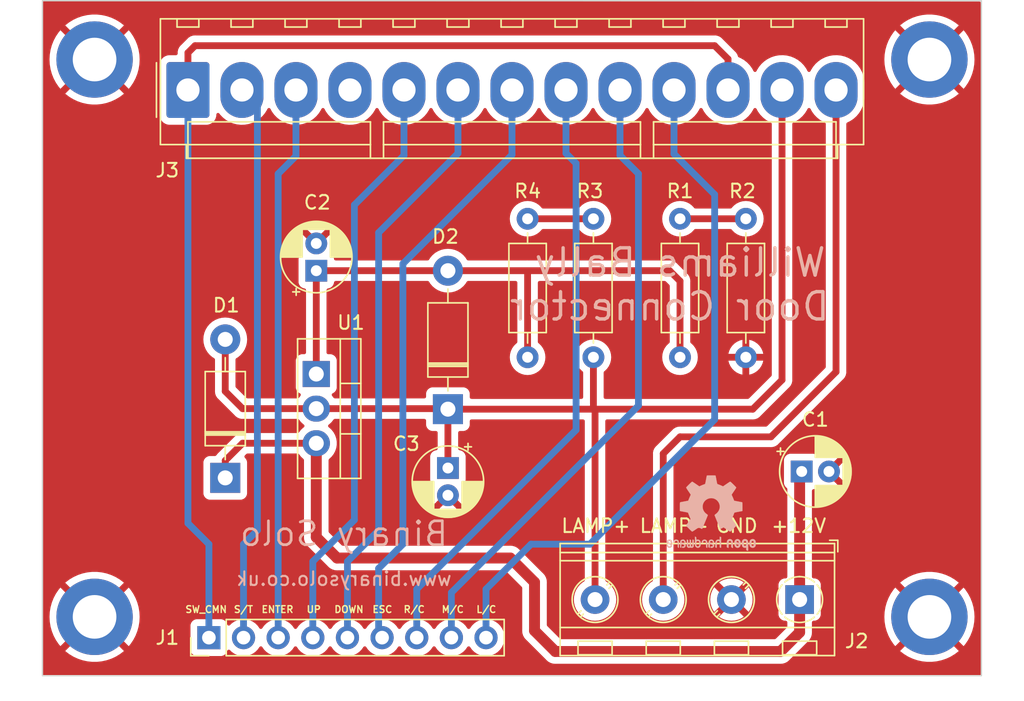
<source format=kicad_pcb>
(kicad_pcb (version 20221018) (generator pcbnew)
  (title_block (title "Williams Bally Coin Door Connector") (date "2024-01-03") (rev "1.0") (company "Binary Solo") (comment 1 "www.binarysolo.co.uk") (comment 2 "PCB design based on schematic originally developed by Michael Roberts - www.mjrnet.org"))
  (layers (0 "F.Cu" signal) (31 "B.Cu" signal) (34 "B.Paste" user) (35 "F.Paste" user) (36 "B.SilkS" user "B.Silkscreen") (37 "F.SilkS" user "F.Silkscreen") (38 "B.Mask" user) (39 "F.Mask" user) (44 "Edge.Cuts" user))
  (net 0 "")
  (net 1 "/+12V")
  (net 2 "GND")
  (net 3 "Net-(D2-A)")
  (net 4 "/SW_CMN")
  (net 5 "/SLAMTILT")
  (net 6 "/ENTER")
  (net 7 "/UP")
  (net 8 "/DOWN")
  (net 9 "/ESCAPE")
  (net 10 "/RIGHT_COIN")
  (net 11 "/MID_COIN")
  (net 12 "/LEFT_COIN")
  (net 13 "/LAMP-")
  (net 14 "/LAMP+")
  (net 16 "Net-(R1-Pad2)")
  (net 17 "Net-(R3-Pad2)")
  (footprint "MountingHole:MountingHole_3.2mm_M3_DIN965_Pad" (layer "F.Cu") (at 128.778 81.788)
    (fp_text reference "H1" hide)
    (fp_text value "MountingHole_Pad")
    (pad "1" thru_hole circle (at 0 0) (size 5.6 5.6) (drill 3.2) (layers "*.Cu" "*.Mask") (net 2 "GND"))
  )
  (footprint "Connector_PinHeader_2.54mm:PinHeader_1x09_P2.54mm_Vertical" (layer "F.Cu") (at 137.16 124.206 90)
    (fp_text reference "J1" (at 0 -3.048 180) (layer "F.SilkS"))
    (fp_text value "Conn_01x09")
    (pad "1" thru_hole rect (at 0 0 90) (size 1.7 1.7) (drill 1) (layers "*.Cu" "*.Mask") (net 4 "/SW_CMN"))
    (pad "2" thru_hole oval (at 0 2.54 90) (size 1.7 1.7) (drill 1) (layers "*.Cu" "*.Mask") (net 5 "/SLAMTILT"))
    (pad "3" thru_hole oval (at 0 5.08 90) (size 1.7 1.7) (drill 1) (layers "*.Cu" "*.Mask") (net 6 "/ENTER"))
    (pad "4" thru_hole oval (at 0 7.62 90) (size 1.7 1.7) (drill 1) (layers "*.Cu" "*.Mask") (net 7 "/UP"))
    (pad "5" thru_hole oval (at 0 10.16 90) (size 1.7 1.7) (drill 1) (layers "*.Cu" "*.Mask") (net 8 "/DOWN"))
    (pad "6" thru_hole oval (at 0 12.7 90) (size 1.7 1.7) (drill 1) (layers "*.Cu" "*.Mask") (net 9 "/ESCAPE"))
    (pad "7" thru_hole oval (at 0 15.24 90) (size 1.7 1.7) (drill 1) (layers "*.Cu" "*.Mask") (net 10 "/RIGHT_COIN"))
    (pad "8" thru_hole oval (at 0 17.78 90) (size 1.7 1.7) (drill 1) (layers "*.Cu" "*.Mask") (net 11 "/MID_COIN"))
    (pad "9" thru_hole oval (at 0 20.32 90) (size 1.7 1.7) (drill 1) (layers "*.Cu" "*.Mask") (net 12 "/LEFT_COIN"))
  )
  (footprint "Capacitor_THT:CP_Radial_D5.0mm_P2.00mm" (layer "F.Cu") (at 180.626 112.014)
    (fp_text reference "C1" (at 1 -3.81) (layer "F.SilkS"))
    (fp_text value "0.1uF")
    (pad "1" thru_hole rect (at 0 0) (size 1.6 1.6) (drill 0.8) (layers "*.Cu" "*.Mask") (net 1 "/+12V"))
    (pad "2" thru_hole circle (at 2 0) (size 1.6 1.6) (drill 0.8) (layers "*.Cu" "*.Mask") (net 2 "GND"))
  )
  (footprint "Resistor_THT:R_Axial_DIN0207_L6.3mm_D2.5mm_P10.16mm_Horizontal" (layer "F.Cu") (at 176.53 93.472 -90)
    (fp_text reference "R2" (at -2.032 0.254 -180) (layer "F.SilkS"))
    (fp_text value "150R")
    (pad "1" thru_hole circle (at 0 0 270) (size 1.6 1.6) (drill 0.8) (layers "*.Cu" "*.Mask") (net 16 "Net-(R1-Pad2)"))
    (pad "2" thru_hole oval (at 10.16 0 270) (size 1.6 1.6) (drill 0.8) (layers "*.Cu" "*.Mask") (net 2 "GND"))
  )
  (footprint "Diode_THT:D_DO-41_SOD81_P10.16mm_Horizontal" (layer "F.Cu") (at 138.359 112.483 90)
    (fp_text reference "D1" (at 12.661 0.071 180) (layer "F.SilkS"))
    (fp_text value "1N4002" hide)
    (pad "1" thru_hole rect (at 0 0 90) (size 2.2 2.2) (drill 1.1) (layers "*.Cu" "*.Mask") (net 1 "/+12V"))
    (pad "2" thru_hole oval (at 10.16 0 90) (size 2.2 2.2) (drill 1.1) (layers "*.Cu" "*.Mask") (net 14 "/LAMP+"))
  )
  (footprint "MountingHole:MountingHole_3.2mm_M3_DIN965_Pad" (layer "F.Cu") (at 189.992 122.682)
    (fp_text reference "H4" hide)
    (fp_text value "MountingHole_Pad")
    (pad "1" thru_hole circle (at 0 0) (size 5.6 5.6) (drill 3.2) (layers "*.Cu" "*.Mask") (net 2 "GND"))
  )
  (footprint "Diode_THT:D_DO-41_SOD81_P10.16mm_Horizontal" (layer "F.Cu") (at 154.686 107.442 90)
    (fp_text reference "D2" (at 12.661 -0.183 180) (layer "F.SilkS"))
    (fp_text value "1N4002")
    (pad "1" thru_hole rect (at 0 0 90) (size 2.2 2.2) (drill 1.1) (layers "*.Cu" "*.Mask") (net 14 "/LAMP+"))
    (pad "2" thru_hole oval (at 10.16 0 90) (size 2.2 2.2) (drill 1.1) (layers "*.Cu" "*.Mask") (net 3 "Net-(D2-A)"))
  )
  (footprint "Connector_Molex:Molex_KK-396_A-41791-0013_1x13_P3.96mm_Vertical" (layer "F.Cu") (at 135.624 84.022)
    (fp_text reference "J3" (at -1.512 5.894) (layer "F.SilkS"))
    (fp_text value "KK-156-13")
    (pad "1" thru_hole roundrect (at 0 0) (size 3.16 4.1) (drill 1.7) (layers "*.Cu" "*.Mask") (roundrect_rratio 0.079114) (net 4 "/SW_CMN"))
    (pad "2" thru_hole oval (at 3.96 0) (size 3.16 4.1) (drill 1.7) (layers "*.Cu" "*.Mask") (net 5 "/SLAMTILT"))
    (pad "3" thru_hole oval (at 7.92 0) (size 3.16 4.1) (drill 1.7) (layers "*.Cu" "*.Mask") (net 6 "/ENTER"))
    (pad "4" thru_hole oval (at 11.88 0) (size 3.16 4.1) (drill 1.7) (layers "*.Cu" "*.Mask"))
    (pad "5" thru_hole oval (at 15.84 0) (size 3.16 4.1) (drill 1.7) (layers "*.Cu" "*.Mask") (net 7 "/UP"))
    (pad "6" thru_hole oval (at 19.8 0) (size 3.16 4.1) (drill 1.7) (layers "*.Cu" "*.Mask") (net 8 "/DOWN"))
    (pad "7" thru_hole oval (at 23.76 0) (size 3.16 4.1) (drill 1.7) (layers "*.Cu" "*.Mask") (net 9 "/ESCAPE"))
    (pad "8" thru_hole oval (at 27.72 0) (size 3.16 4.1) (drill 1.7) (layers "*.Cu" "*.Mask") (net 10 "/RIGHT_COIN"))
    (pad "9" thru_hole oval (at 31.68 0) (size 3.16 4.1) (drill 1.7) (layers "*.Cu" "*.Mask") (net 11 "/MID_COIN"))
    (pad "10" thru_hole oval (at 35.64 0) (size 3.16 4.1) (drill 1.7) (layers "*.Cu" "*.Mask") (net 12 "/LEFT_COIN"))
    (pad "11" thru_hole oval (at 39.6 0) (size 3.16 4.1) (drill 1.7) (layers "*.Cu" "*.Mask") (net 4 "/SW_CMN"))
    (pad "12" thru_hole oval (at 43.56 0) (size 3.16 4.1) (drill 1.7) (layers "*.Cu" "*.Mask") (net 14 "/LAMP+"))
    (pad "13" thru_hole oval (at 47.52 0) (size 3.16 4.1) (drill 1.7) (layers "*.Cu" "*.Mask") (net 13 "/LAMP-"))
  )
  (footprint "Resistor_THT:R_Axial_DIN0207_L6.3mm_D2.5mm_P10.16mm_Horizontal" (layer "F.Cu") (at 165.354 103.632 90)
    (fp_text reference "R3" (at 12.192 -0.254 180) (layer "F.SilkS"))
    (fp_text value "220R")
    (pad "1" thru_hole circle (at 0 0 90) (size 1.6 1.6) (drill 0.8) (layers "*.Cu" "*.Mask") (net 14 "/LAMP+"))
    (pad "2" thru_hole oval (at 10.16 0 90) (size 1.6 1.6) (drill 0.8) (layers "*.Cu" "*.Mask") (net 17 "Net-(R3-Pad2)"))
  )
  (footprint "MountingHole:MountingHole_3.2mm_M3_DIN965_Pad" (layer "F.Cu") (at 189.992 81.788)
    (fp_text reference "H2" hide)
    (fp_text value "MountingHole_Pad")
    (pad "1" thru_hole circle (at 0 0) (size 5.6 5.6) (drill 3.2) (layers "*.Cu" "*.Mask") (net 2 "GND"))
  )
  (footprint "Package_TO_SOT_THT:TO-220-3_Vertical" (layer "F.Cu") (at 145.034 104.863 -90)
    (fp_text reference "U1" (at -3.771 -2.54 -180) (layer "F.SilkS"))
    (fp_text value "LM317")
    (pad "1" thru_hole rect (at 0 0 270) (size 1.905 2) (drill 1.1) (layers "*.Cu" "*.Mask") (net 3 "Net-(D2-A)"))
    (pad "2" thru_hole oval (at 2.54 0 270) (size 1.905 2) (drill 1.1) (layers "*.Cu" "*.Mask") (net 14 "/LAMP+"))
    (pad "3" thru_hole oval (at 5.08 0 270) (size 1.905 2) (drill 1.1) (layers "*.Cu" "*.Mask") (net 1 "/+12V"))
  )
  (footprint "Capacitor_THT:CP_Radial_D5.0mm_P2.00mm" (layer "F.Cu") (at 154.686 111.76 -90)
    (fp_text reference "C3" (at -1.778 3.048 -180) (layer "F.SilkS"))
    (fp_text value "1.0uF")
    (pad "1" thru_hole rect (at 0 0 270) (size 1.6 1.6) (drill 0.8) (layers "*.Cu" "*.Mask") (net 14 "/LAMP+"))
    (pad "2" thru_hole circle (at 2 0 270) (size 1.6 1.6) (drill 0.8) (layers "*.Cu" "*.Mask") (net 2 "GND"))
  )
  (footprint "Resistor_THT:R_Axial_DIN0207_L6.3mm_D2.5mm_P10.16mm_Horizontal" (layer "F.Cu") (at 160.528 93.472 -90)
    (fp_text reference "R4" (at -2.032 0 -180) (layer "F.SilkS"))
    (fp_text value "20R")
    (pad "1" thru_hole circle (at 0 0 270) (size 1.6 1.6) (drill 0.8) (layers "*.Cu" "*.Mask") (net 17 "Net-(R3-Pad2)"))
    (pad "2" thru_hole oval (at 10.16 0 270) (size 1.6 1.6) (drill 0.8) (layers "*.Cu" "*.Mask") (net 3 "Net-(D2-A)"))
  )
  (footprint "TerminalBlock_RND:TerminalBlock_RND_205-00047_1x04_P5.00mm_Horizontal" (layer "F.Cu") (at 180.474 121.412 180)
    (fp_text reference "J2" (at -4.184 -3.048) (layer "F.SilkS"))
    (fp_text value "Conn_01x04")
    (pad "1" thru_hole rect (at 0 0 180) (size 2.1 2.1) (drill 1.1) (layers "*.Cu" "*.Mask") (net 1 "/+12V"))
    (pad "2" thru_hole circle (at 5 0 180) (size 2.1 2.1) (drill 1.1) (layers "*.Cu" "*.Mask") (net 2 "GND"))
    (pad "3" thru_hole circle (at 10 0 180) (size 2.1 2.1) (drill 1.1) (layers "*.Cu" "*.Mask") (net 13 "/LAMP-"))
    (pad "4" thru_hole circle (at 15 0 180) (size 2.1 2.1) (drill 1.1) (layers "*.Cu" "*.Mask") (net 14 "/LAMP+"))
  )
  (footprint "MountingHole:MountingHole_3.2mm_M3_DIN965_Pad" (layer "F.Cu") (at 128.778 122.682)
    (fp_text reference "H3" hide)
    (fp_text value "MountingHole_Pad")
    (pad "1" thru_hole circle (at 0 0) (size 5.6 5.6) (drill 3.2) (layers "*.Cu" "*.Mask") (net 2 "GND"))
  )
  (footprint "Capacitor_THT:CP_Radial_D5.0mm_P2.00mm" (layer "F.Cu") (at 145.034 97.282 90)
    (fp_text reference "C2" (at 5.009 0.071 180) (layer "F.SilkS"))
    (fp_text value "10uF")
    (pad "1" thru_hole rect (at 0 0 90) (size 1.6 1.6) (drill 0.8) (layers "*.Cu" "*.Mask") (net 3 "Net-(D2-A)"))
    (pad "2" thru_hole circle (at 2 0 90) (size 1.6 1.6) (drill 0.8) (layers "*.Cu" "*.Mask") (net 2 "GND"))
  )
  (footprint "Resistor_THT:R_Axial_DIN0207_L6.3mm_D2.5mm_P10.16mm_Horizontal" (layer "F.Cu") (at 171.704 103.632 90)
    (fp_text reference "R1" (at 12.192 0 180) (layer "F.SilkS"))
    (fp_text value "820R")
    (pad "1" thru_hole circle (at 0 0 90) (size 1.6 1.6) (drill 0.8) (layers "*.Cu" "*.Mask") (net 3 "Net-(D2-A)"))
    (pad "2" thru_hole oval (at 10.16 0 90) (size 1.6 1.6) (drill 0.8) (layers "*.Cu" "*.Mask") (net 16 "Net-(R1-Pad2)"))
  )
  (footprint "Symbol:OSHW-Logo2_7.3x6mm_SilkScreen" (layer "B.Cu") (at 173.99 115.062 180)
    (fp_text reference "REF**" hide)
    (fp_text value "OSHW-Logo2_7.3x6mm_SilkScreen" hide)
  )
  (gr_rect (start 124.957604 77.46935) (end 193.802 127) (stroke (width 0.1)) (fill none) (layer "Edge.Cuts"))
  (gr_text locked "Williams Bally \nDoor Connector" (at 170.942 98.298) (layer "B.SilkS") (effects (font (size 2 2) (thickness 0.25)) (justify mirror)))
  (gr_text locked "www.binarysolo.co.uk" (at 147.066 119.888) (layer "B.SilkS") (effects (font (size 1 1)) (justify mirror)))
  (gr_text locked "Binary Solo" (at 147.066 116.586) (layer "B.SilkS") (effects (font (size 1.75 1.75) (thickness 0.2)) (justify mirror)))
  (gr_text "ENTER" (at 140.97 122.428) (layer "F.SilkS") (effects (font (size 0.5 0.5) (thickness 0.1) bold) (justify left bottom)))
  (gr_text "GND" (at 174.244 116.586) (layer "F.SilkS") (effects (font (size 1 1)) (justify left bottom)))
  (gr_text "LAMP-" (at 168.656 116.586) (layer "F.SilkS") (effects (font (size 1 1)) (justify left bottom)))
  (gr_text "S/T" (at 138.938 122.428) (layer "F.SilkS") (effects (font (size 0.5 0.5) (thickness 0.1) bold) (justify left bottom)))
  (gr_text "L/C" (at 156.718 122.428) (layer "F.SilkS") (effects (font (size 0.5 0.5) (thickness 0.1) bold) (justify left bottom)))
  (gr_text "LAMP+" (at 162.913 116.586) (layer "F.SilkS") (effects (font (size 1 1)) (justify left bottom)))
  (gr_text "R/C" (at 151.384 122.428) (layer "F.SilkS") (effects (font (size 0.5 0.5) (thickness 0.1) bold) (justify left bottom)))
  (gr_text "ESC" (at 149.098 122.428) (layer "F.SilkS") (effects (font (size 0.5 0.5) (thickness 0.1) bold) (justify left bottom)))
  (gr_text "SW_CMN" (at 135.382 122.428) (layer "F.SilkS") (effects (font (size 0.5 0.5) (thickness 0.1) bold) (justify left bottom)))
  (gr_text "+12V" (at 178.308 116.586) (layer "F.SilkS") (effects (font (size 1 1)) (justify left bottom)))
  (gr_text "DOWN" (at 146.304 122.428) (layer "F.SilkS") (effects (font (size 0.5 0.5) (thickness 0.1) bold) (justify left bottom)))
  (gr_text "UP" (at 144.272 122.428) (layer "F.SilkS") (effects (font (size 0.5 0.5) (thickness 0.1) bold) (justify left bottom)))
  (gr_text "M/C" (at 154.178 122.428) (layer "F.SilkS") (effects (font (size 0.5 0.5) (thickness 0.1) bold) (justify left bottom)))
  (segment (start 162.56 125.222) (end 179.07 125.222) (width 0.8) (layer "F.Cu") (net 1))
  (segment (start 138.359 112.483) (end 138.359 111.213) (width 0.5) (layer "F.Cu") (net 1))
  (segment (start 138.359 111.213) (end 139.629 109.943) (width 0.5) (layer "F.Cu") (net 1))
  (segment (start 180.474 123.818) (end 180.474 121.412) (width 0.8) (layer "F.Cu") (net 1))
  (segment (start 180.474 112.166) (end 180.626 112.014) (width 0.5) (layer "F.Cu") (net 1))
  (segment (start 139.629 109.943) (end 145.034 109.943) (width 0.5) (layer "F.Cu") (net 1))
  (segment (start 159.258 118.364) (end 161.036 120.142) (width 0.8) (layer "F.Cu") (net 1))
  (segment (start 145.034 109.943) (end 145.034 116.84) (width 0.8) (layer "F.Cu") (net 1))
  (segment (start 145.034 116.84) (end 146.558 118.364) (width 0.8) (layer "F.Cu") (net 1))
  (segment (start 146.558 118.364) (end 159.258 118.364) (width 0.8) (layer "F.Cu") (net 1))
  (segment (start 179.07 125.222) (end 180.474 123.818) (width 0.8) (layer "F.Cu") (net 1))
  (segment (start 180.474 121.412) (end 180.474 112.166) (width 0.8) (layer "F.Cu") (net 1))
  (segment (start 161.036 120.142) (end 161.036 123.698) (width 0.8) (layer "F.Cu") (net 1))
  (segment (start 161.036 123.698) (end 162.56 125.222) (width 0.8) (layer "F.Cu") (net 1))
  (segment (start 154.686 97.282) (end 160.528 97.282) (width 0.5) (layer "F.Cu") (net 3))
  (segment (start 145.034 104.863) (end 145.034 97.282) (width 0.5) (layer "F.Cu") (net 3))
  (segment (start 145.034 97.282) (end 154.686 97.282) (width 0.5) (layer "F.Cu") (net 3))
  (segment (start 170.942 97.282) (end 171.704 98.044) (width 0.5) (layer "F.Cu") (net 3))
  (segment (start 160.528 97.282) (end 170.942 97.282) (width 0.5) (layer "F.Cu") (net 3))
  (segment (start 160.528 103.632) (end 160.528 97.282) (width 0.5) (layer "F.Cu") (net 3))
  (segment (start 171.704 98.044) (end 171.704 103.632) (width 0.5) (layer "F.Cu") (net 3))
  (segment (start 174.244 80.772) (end 175.224 81.752) (width 0.5) (layer "F.Cu") (net 4))
  (segment (start 135.624 81.292) (end 136.144 80.772) (width 0.5) (layer "F.Cu") (net 4))
  (segment (start 135.624 84.022) (end 135.624 81.292) (width 0.5) (layer "F.Cu") (net 4))
  (segment (start 136.144 80.772) (end 174.244 80.772) (width 0.5) (layer "F.Cu") (net 4))
  (segment (start 175.224 81.752) (end 175.224 84.022) (width 0.5) (layer "F.Cu") (net 4))
  (segment (start 137.16 117.348) (end 135.624 115.812) (width 0.5) (layer "B.Cu") (net 4))
  (segment (start 137.16 124.206) (end 137.16 117.348) (width 0.5) (layer "B.Cu") (net 4))
  (segment (start 135.624 115.812) (end 135.624 84.022) (width 0.5) (layer "B.Cu") (net 4))
  (segment (start 139.7 124.206) (end 139.7 117.348) (width 0.5) (layer "B.Cu") (net 5))
  (segment (start 140.716 85.154) (end 139.584 84.022) (width 0.5) (layer "B.Cu") (net 5))
  (segment (start 140.716 116.332) (end 140.716 85.154) (width 0.5) (layer "B.Cu") (net 5))
  (segment (start 139.7 117.348) (end 140.716 116.332) (width 0.5) (layer "B.Cu") (net 5))
  (segment (start 143.544 88.866) (end 143.544 84.022) (width 0.5) (layer "B.Cu") (net 6))
  (segment (start 142.24 90.17) (end 143.544 88.866) (width 0.5) (layer "B.Cu") (net 6))
  (segment (start 142.24 124.206) (end 142.24 90.17) (width 0.5) (layer "B.Cu") (net 6))
  (segment (start 147.828 92.456) (end 151.464 88.82) (width 0.5) (layer "B.Cu") (net 7))
  (segment (start 144.78 118.618) (end 147.828 115.57) (width 0.5) (layer "B.Cu") (net 7))
  (segment (start 151.464 88.82) (end 151.464 84.022) (width 0.5) (layer "B.Cu") (net 7))
  (segment (start 144.78 124.206) (end 144.78 118.618) (width 0.5) (layer "B.Cu") (net 7))
  (segment (start 147.828 115.57) (end 147.828 92.456) (width 0.5) (layer "B.Cu") (net 7))
  (segment (start 147.32 118.618) (end 149.606 116.332) (width 0.5) (layer "B.Cu") (net 8))
  (segment (start 149.606 94.488) (end 155.424 88.67) (width 0.5) (layer "B.Cu") (net 8))
  (segment (start 147.32 124.206) (end 147.32 118.618) (width 0.5) (layer "B.Cu") (net 8))
  (segment (start 149.606 116.332) (end 149.606 94.488) (width 0.5) (layer "B.Cu") (net 8))
  (segment (start 155.424 88.67) (end 155.424 84.022) (width 0.5) (layer "B.Cu") (net 8))
  (segment (start 151.384 117.348) (end 151.384 96.774) (width 0.5) (layer "B.Cu") (net 9))
  (segment (start 149.606 123.952) (end 149.606 119.126) (width 0.5) (layer "B.Cu") (net 9))
  (segment (start 151.384 96.774) (end 159.384 88.774) (width 0.5) (layer "B.Cu") (net 9))
  (segment (start 149.86 124.206) (end 149.606 123.952) (width 0.5) (layer "B.Cu") (net 9))
  (segment (start 159.384 88.774) (end 159.384 84.022) (width 0.5) (layer "B.Cu") (net 9))
  (segment (start 149.606 119.126) (end 151.384 117.348) (width 0.5) (layer "B.Cu") (net 9))
  (segment (start 152.4 120.65) (end 164.084 108.966) (width 0.5) (layer "B.Cu") (net 10))
  (segment (start 152.4 124.206) (end 152.4 120.65) (width 0.5) (layer "B.Cu") (net 10))
  (segment (start 164.084 108.966) (end 164.084 89.408) (width 0.5) (layer "B.Cu") (net 10))
  (segment (start 163.344 88.668) (end 163.344 84.022) (width 0.5) (layer "B.Cu") (net 10))
  (segment (start 164.084 89.408) (end 163.344 88.668) (width 0.5) (layer "B.Cu") (net 10))
  (segment (start 168.656 107.188) (end 168.656 90.17) (width 0.5) (layer "B.Cu") (net 11))
  (segment (start 154.94 120.904) (end 168.656 107.188) (width 0.5) (layer "B.Cu") (net 11))
  (segment (start 168.656 90.17) (end 167.304 88.818) (width 0.5) (layer "B.Cu") (net 11))
  (segment (start 167.304 88.818) (end 167.304 84.022) (width 0.5) (layer "B.Cu") (net 11))
  (segment (start 154.94 124.206) (end 154.94 120.904) (width 0.5) (layer "B.Cu") (net 11))
  (segment (start 171.264 88.714) (end 171.264 84.022) (width 0.5) (layer "B.Cu") (net 12))
  (segment (start 157.48 124.206) (end 157.48 120.65) (width 0.5) (layer "B.Cu") (net 12))
  (segment (start 165.1 117.348) (end 174.244 108.204) (width 0.5) (layer "B.Cu") (net 12))
  (segment (start 157.48 120.65) (end 160.782 117.348) (width 0.5) (layer "B.Cu") (net 12))
  (segment (start 174.244 91.694) (end 171.264 88.714) (width 0.5) (layer "B.Cu") (net 12))
  (segment (start 160.782 117.348) (end 165.1 117.348) (width 0.5) (layer "B.Cu") (net 12))
  (segment (start 174.244 108.204) (end 174.244 91.694) (width 0.5) (layer "B.Cu") (net 12))
  (segment (start 171.704 109.474) (end 178.3715 109.474) (width 0.5) (layer "F.Cu") (net 13))
  (segment (start 170.474 110.704) (end 171.704 109.474) (width 0.5) (layer "F.Cu") (net 13))
  (segment (start 183.144 104.7015) (end 183.144 84.022) (width 0.5) (layer "F.Cu") (net 13))
  (segment (start 170.474 121.412) (end 170.474 110.704) (width 0.5) (layer "F.Cu") (net 13))
  (segment (start 178.3715 109.474) (end 183.144 104.7015) (width 0.5) (layer "F.Cu") (net 13))
  (segment (start 179.184 105.296) (end 179.184 84.022) (width 0.5) (layer "F.Cu") (net 14))
  (segment (start 154.686 107.442) (end 165.354 107.442) (width 0.5) (layer "F.Cu") (net 14))
  (segment (start 177.038 107.442) (end 179.184 105.296) (width 0.5) (layer "F.Cu") (net 14))
  (segment (start 165.354 107.442) (end 177.038 107.442) (width 0.5) (layer "F.Cu") (net 14))
  (segment (start 145.034 107.403) (end 154.647 107.403) (width 0.5) (layer "F.Cu") (net 14))
  (segment (start 165.354 107.442) (end 165.354 103.632) (width 0.5) (layer "F.Cu") (net 14))
  (segment (start 138.359 106.133) (end 138.359 102.323) (width 0.5) (layer "F.Cu") (net 14))
  (segment (start 139.629 107.403) (end 138.359 106.133) (width 0.5) (layer "F.Cu") (net 14))
  (segment (start 145.034 107.403) (end 139.629 107.403) (width 0.5) (layer "F.Cu") (net 14))
  (segment (start 154.647 107.403) (end 154.686 107.442) (width 0.5) (layer "F.Cu") (net 14))
  (segment (start 165.474 107.562) (end 165.354 107.442) (width 0.5) (layer "F.Cu") (net 14))
  (segment (start 154.686 111.76) (end 154.686 107.442) (width 0.5) (layer "F.Cu") (net 14))
  (segment (start 165.474 121.412) (end 165.474 107.562) (width 0.5) (layer "F.Cu") (net 14))
  (segment (start 176.53 93.472) (end 171.704 93.472) (width 0.5) (layer "F.Cu") (net 16))
  (segment (start 165.354 93.472) (end 160.528 93.472) (width 0.5) (layer "F.Cu") (net 17))
  (zone (net 2) (net_name "GND") (layer "F.Cu") (connect_pads (clearance 0.5)) (min_thickness 0.25) (fill yes (thermal_gap 0.5) (thermal_bridge_width 0.5))
    (polygon (pts (xy 124.968 77.47) (xy 193.783808 77.532689) (xy 193.783808 127.062689) (xy 124.968 127)))
  )
)
</source>
